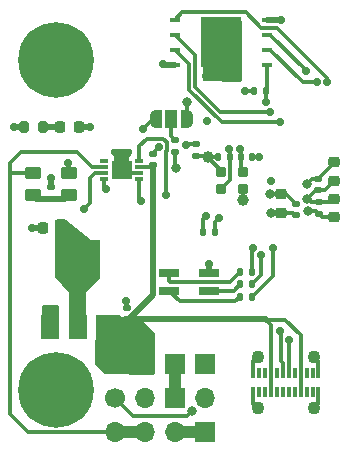
<source format=gtl>
G04 #@! TF.GenerationSoftware,KiCad,Pcbnew,7.0.7*
G04 #@! TF.CreationDate,2023-09-05T10:53:39-07:00*
G04 #@! TF.ProjectId,Memory Board,4d656d6f-7279-4204-926f-6172642e6b69,rev?*
G04 #@! TF.SameCoordinates,Original*
G04 #@! TF.FileFunction,Copper,L1,Top*
G04 #@! TF.FilePolarity,Positive*
%FSLAX46Y46*%
G04 Gerber Fmt 4.6, Leading zero omitted, Abs format (unit mm)*
G04 Created by KiCad (PCBNEW 7.0.7) date 2023-09-05 10:53:39*
%MOMM*%
%LPD*%
G01*
G04 APERTURE LIST*
G04 Aperture macros list*
%AMRoundRect*
0 Rectangle with rounded corners*
0 $1 Rounding radius*
0 $2 $3 $4 $5 $6 $7 $8 $9 X,Y pos of 4 corners*
0 Add a 4 corners polygon primitive as box body*
4,1,4,$2,$3,$4,$5,$6,$7,$8,$9,$2,$3,0*
0 Add four circle primitives for the rounded corners*
1,1,$1+$1,$2,$3*
1,1,$1+$1,$4,$5*
1,1,$1+$1,$6,$7*
1,1,$1+$1,$8,$9*
0 Add four rect primitives between the rounded corners*
20,1,$1+$1,$2,$3,$4,$5,0*
20,1,$1+$1,$4,$5,$6,$7,0*
20,1,$1+$1,$6,$7,$8,$9,0*
20,1,$1+$1,$8,$9,$2,$3,0*%
%AMFreePoly0*
4,1,19,0.550000,-0.750000,0.000000,-0.750000,0.000000,-0.744911,-0.071157,-0.744911,-0.207708,-0.704816,-0.327430,-0.627875,-0.420627,-0.520320,-0.479746,-0.390866,-0.500000,-0.250000,-0.500000,0.250000,-0.479746,0.390866,-0.420627,0.520320,-0.327430,0.627875,-0.207708,0.704816,-0.071157,0.744911,0.000000,0.744911,0.000000,0.750000,0.550000,0.750000,0.550000,-0.750000,0.550000,-0.750000,
$1*%
%AMFreePoly1*
4,1,19,0.000000,0.744911,0.071157,0.744911,0.207708,0.704816,0.327430,0.627875,0.420627,0.520320,0.479746,0.390866,0.500000,0.250000,0.500000,-0.250000,0.479746,-0.390866,0.420627,-0.520320,0.327430,-0.627875,0.207708,-0.704816,0.071157,-0.744911,0.000000,-0.744911,0.000000,-0.750000,-0.550000,-0.750000,-0.550000,0.750000,0.000000,0.750000,0.000000,0.744911,0.000000,0.744911,
$1*%
G04 Aperture macros list end*
G04 #@! TA.AperFunction,SMDPad,CuDef*
%ADD10RoundRect,0.135000X-0.185000X0.135000X-0.185000X-0.135000X0.185000X-0.135000X0.185000X0.135000X0*%
G04 #@! TD*
G04 #@! TA.AperFunction,SMDPad,CuDef*
%ADD11RoundRect,0.135000X-0.135000X-0.185000X0.135000X-0.185000X0.135000X0.185000X-0.135000X0.185000X0*%
G04 #@! TD*
G04 #@! TA.AperFunction,SMDPad,CuDef*
%ADD12RoundRect,0.140000X0.140000X0.170000X-0.140000X0.170000X-0.140000X-0.170000X0.140000X-0.170000X0*%
G04 #@! TD*
G04 #@! TA.AperFunction,SMDPad,CuDef*
%ADD13RoundRect,0.140000X-0.140000X-0.170000X0.140000X-0.170000X0.140000X0.170000X-0.140000X0.170000X0*%
G04 #@! TD*
G04 #@! TA.AperFunction,SMDPad,CuDef*
%ADD14RoundRect,0.225000X0.250000X-0.225000X0.250000X0.225000X-0.250000X0.225000X-0.250000X-0.225000X0*%
G04 #@! TD*
G04 #@! TA.AperFunction,ComponentPad*
%ADD15C,3.600000*%
G04 #@! TD*
G04 #@! TA.AperFunction,ConnectorPad*
%ADD16C,6.400000*%
G04 #@! TD*
G04 #@! TA.AperFunction,SMDPad,CuDef*
%ADD17RoundRect,0.200000X0.250000X-0.200000X0.250000X0.200000X-0.250000X0.200000X-0.250000X-0.200000X0*%
G04 #@! TD*
G04 #@! TA.AperFunction,SMDPad,CuDef*
%ADD18R,1.800000X0.800000*%
G04 #@! TD*
G04 #@! TA.AperFunction,SMDPad,CuDef*
%ADD19RoundRect,0.225000X-0.250000X0.225000X-0.250000X-0.225000X0.250000X-0.225000X0.250000X0.225000X0*%
G04 #@! TD*
G04 #@! TA.AperFunction,SMDPad,CuDef*
%ADD20RoundRect,0.135000X0.135000X0.185000X-0.135000X0.185000X-0.135000X-0.185000X0.135000X-0.185000X0*%
G04 #@! TD*
G04 #@! TA.AperFunction,SMDPad,CuDef*
%ADD21RoundRect,0.140000X0.170000X-0.140000X0.170000X0.140000X-0.170000X0.140000X-0.170000X-0.140000X0*%
G04 #@! TD*
G04 #@! TA.AperFunction,SMDPad,CuDef*
%ADD22R,0.300000X0.850000*%
G04 #@! TD*
G04 #@! TA.AperFunction,ComponentPad*
%ADD23C,1.100000*%
G04 #@! TD*
G04 #@! TA.AperFunction,SMDPad,CuDef*
%ADD24RoundRect,0.140000X-0.170000X0.140000X-0.170000X-0.140000X0.170000X-0.140000X0.170000X0.140000X0*%
G04 #@! TD*
G04 #@! TA.AperFunction,ComponentPad*
%ADD25C,1.700000*%
G04 #@! TD*
G04 #@! TA.AperFunction,ComponentPad*
%ADD26O,1.700000X1.700000*%
G04 #@! TD*
G04 #@! TA.AperFunction,ComponentPad*
%ADD27R,1.700000X1.700000*%
G04 #@! TD*
G04 #@! TA.AperFunction,SMDPad,CuDef*
%ADD28RoundRect,0.218750X0.218750X0.256250X-0.218750X0.256250X-0.218750X-0.256250X0.218750X-0.256250X0*%
G04 #@! TD*
G04 #@! TA.AperFunction,SMDPad,CuDef*
%ADD29R,0.950000X0.450000*%
G04 #@! TD*
G04 #@! TA.AperFunction,SMDPad,CuDef*
%ADD30R,3.450000X4.350000*%
G04 #@! TD*
G04 #@! TA.AperFunction,SMDPad,CuDef*
%ADD31FreePoly0,180.000000*%
G04 #@! TD*
G04 #@! TA.AperFunction,SMDPad,CuDef*
%ADD32R,1.000000X1.500000*%
G04 #@! TD*
G04 #@! TA.AperFunction,SMDPad,CuDef*
%ADD33FreePoly1,180.000000*%
G04 #@! TD*
G04 #@! TA.AperFunction,SMDPad,CuDef*
%ADD34R,1.500000X2.000000*%
G04 #@! TD*
G04 #@! TA.AperFunction,SMDPad,CuDef*
%ADD35R,3.800000X2.000000*%
G04 #@! TD*
G04 #@! TA.AperFunction,SMDPad,CuDef*
%ADD36RoundRect,0.250000X0.450000X-0.262500X0.450000X0.262500X-0.450000X0.262500X-0.450000X-0.262500X0*%
G04 #@! TD*
G04 #@! TA.AperFunction,SMDPad,CuDef*
%ADD37R,0.750000X0.300000*%
G04 #@! TD*
G04 #@! TA.AperFunction,SMDPad,CuDef*
%ADD38R,1.800000X1.650000*%
G04 #@! TD*
G04 #@! TA.AperFunction,SMDPad,CuDef*
%ADD39RoundRect,0.200000X-0.200000X-0.275000X0.200000X-0.275000X0.200000X0.275000X-0.200000X0.275000X0*%
G04 #@! TD*
G04 #@! TA.AperFunction,SMDPad,CuDef*
%ADD40RoundRect,0.250000X-0.450000X0.262500X-0.450000X-0.262500X0.450000X-0.262500X0.450000X0.262500X0*%
G04 #@! TD*
G04 #@! TA.AperFunction,SMDPad,CuDef*
%ADD41RoundRect,0.225000X0.225000X0.250000X-0.225000X0.250000X-0.225000X-0.250000X0.225000X-0.250000X0*%
G04 #@! TD*
G04 #@! TA.AperFunction,ViaPad*
%ADD42C,0.800000*%
G04 #@! TD*
G04 #@! TA.AperFunction,ViaPad*
%ADD43C,1.000000*%
G04 #@! TD*
G04 #@! TA.AperFunction,ViaPad*
%ADD44C,0.700000*%
G04 #@! TD*
G04 #@! TA.AperFunction,Conductor*
%ADD45C,0.300000*%
G04 #@! TD*
G04 #@! TA.AperFunction,Conductor*
%ADD46C,0.500000*%
G04 #@! TD*
G04 #@! TA.AperFunction,Conductor*
%ADD47C,0.250000*%
G04 #@! TD*
G04 #@! TA.AperFunction,Conductor*
%ADD48C,1.000000*%
G04 #@! TD*
G04 APERTURE END LIST*
D10*
X40538400Y-37209000D03*
X40538400Y-38229000D03*
D11*
X47216600Y-33121600D03*
X48236600Y-33121600D03*
D12*
X45181601Y-38711800D03*
X44221601Y-38711800D03*
D13*
X42954000Y-45034200D03*
X43914000Y-45034200D03*
D14*
X54060000Y-40670000D03*
X54060000Y-39120000D03*
D15*
X30480000Y-58420000D03*
D16*
X30480000Y-58420000D03*
D17*
X44450000Y-41378800D03*
X46300000Y-41378800D03*
X46300000Y-39928800D03*
X44450000Y-39928800D03*
D18*
X40059400Y-48487200D03*
X43459400Y-48487200D03*
X40059400Y-49987200D03*
X43459400Y-49987200D03*
D19*
X54055000Y-42205200D03*
X54055000Y-43755200D03*
D13*
X46111600Y-38711800D03*
X47071600Y-38711800D03*
D20*
X47066528Y-48431565D03*
X46046528Y-48431565D03*
D21*
X36474400Y-52420400D03*
X36474400Y-51460400D03*
D15*
X30480000Y-30480000D03*
D16*
X30480000Y-30480000D03*
D22*
X47199400Y-56924600D03*
X47699400Y-56924600D03*
X48199400Y-56924600D03*
X48699400Y-56924600D03*
X49199400Y-56924600D03*
X49699400Y-56924600D03*
X50199400Y-56924600D03*
X50699400Y-56924600D03*
X51199400Y-56924600D03*
X51699400Y-56924600D03*
X52199400Y-56924600D03*
X52699400Y-56924600D03*
X52699400Y-58594600D03*
X52199400Y-58594600D03*
X51699400Y-58594600D03*
X51199400Y-58594600D03*
X50699400Y-58594600D03*
X50199400Y-58594600D03*
X49699400Y-58594600D03*
X49199400Y-58594600D03*
X48699400Y-58594600D03*
X48199400Y-58594600D03*
X47699400Y-58594600D03*
X47199400Y-58594600D03*
D23*
X47549400Y-55609600D03*
X47549400Y-59909600D03*
X52349400Y-55609600D03*
X52349400Y-59909600D03*
D24*
X30022800Y-41226800D03*
X30022800Y-42186800D03*
D21*
X50790000Y-43620000D03*
X50790000Y-42660000D03*
D25*
X35480000Y-59090000D03*
D26*
X38020000Y-59090000D03*
D27*
X40560000Y-59090000D03*
D26*
X43100000Y-59090000D03*
D21*
X38709600Y-39367400D03*
X38709600Y-38407400D03*
D14*
X49530000Y-43390000D03*
X49530000Y-41840000D03*
D27*
X43080000Y-56230000D03*
X40540000Y-56230000D03*
D26*
X38000000Y-56230000D03*
X35460000Y-56230000D03*
D27*
X43090000Y-61970000D03*
D26*
X40550000Y-61970000D03*
X38010000Y-61970000D03*
X35470000Y-61970000D03*
D20*
X47066528Y-50496319D03*
X46046528Y-50496319D03*
D28*
X32417500Y-36160000D03*
X30842500Y-36160000D03*
D21*
X52700000Y-41480000D03*
X52700000Y-40520000D03*
D29*
X48365479Y-30853636D03*
X48365479Y-29583636D03*
X48365479Y-28313636D03*
X48365479Y-27043636D03*
X40565479Y-27043636D03*
X40565479Y-28313636D03*
X40565479Y-29583636D03*
X40565479Y-30853636D03*
D30*
X44465479Y-28948636D03*
D31*
X41560000Y-35480000D03*
D32*
X40260000Y-35480000D03*
D33*
X38960000Y-35480000D03*
D34*
X30008800Y-53035200D03*
X32308800Y-53035200D03*
D35*
X32308800Y-46735200D03*
D34*
X34608800Y-53035200D03*
D36*
X28498800Y-41880800D03*
X28498800Y-40055800D03*
D24*
X52730000Y-42500000D03*
X52730000Y-43460000D03*
D37*
X37542600Y-40501000D03*
X37542600Y-40001000D03*
X37542600Y-39501000D03*
X37542600Y-39001000D03*
X34542600Y-39001000D03*
X34542600Y-39501000D03*
X34542600Y-40001000D03*
X34542600Y-40501000D03*
D38*
X36042600Y-39751000D03*
D39*
X27731599Y-36160000D03*
X29381599Y-36160000D03*
D40*
X31546800Y-40034200D03*
X31546800Y-41859200D03*
D24*
X42316400Y-37594600D03*
X42316400Y-38554600D03*
D11*
X46046525Y-49463942D03*
X47066525Y-49463942D03*
D41*
X30943801Y-44676000D03*
X29393801Y-44676000D03*
D42*
X40660856Y-39563795D03*
D43*
X33578800Y-48539400D03*
D42*
X48650000Y-43380000D03*
D44*
X26951599Y-36160000D03*
D43*
X32296100Y-48539400D03*
D44*
X37890000Y-36280000D03*
X39522400Y-30835600D03*
X41478200Y-37617400D03*
D43*
X31013400Y-48539400D03*
D44*
X43307000Y-35585400D03*
X46459200Y-33121600D03*
X43470000Y-47700000D03*
X43205300Y-43685052D03*
D42*
X51770000Y-42230000D03*
X44970000Y-31820000D03*
X51810351Y-43228688D03*
D44*
X30022800Y-40487600D03*
D42*
X48640000Y-41830000D03*
D44*
X47700000Y-38711800D03*
X49504600Y-27051000D03*
D42*
X41580000Y-34010000D03*
D44*
X36398200Y-38404800D03*
X30378400Y-51638200D03*
D42*
X44020000Y-31840000D03*
D44*
X28450600Y-44676000D03*
X43205400Y-31851600D03*
X33371599Y-36160000D03*
X39166800Y-37846000D03*
X36423600Y-50822800D03*
X45821600Y-31851600D03*
X44323000Y-43796500D03*
X29616400Y-51638200D03*
D43*
X43332400Y-38709600D03*
D44*
X35687000Y-38404800D03*
D43*
X46304200Y-42291000D03*
D44*
X48660000Y-40720000D03*
D42*
X51750000Y-40940000D03*
D44*
X45154209Y-37998295D03*
X46053609Y-38011864D03*
X48246800Y-34010600D03*
X52555100Y-32334200D03*
X51615743Y-31419800D03*
X53454132Y-32305107D03*
X48593227Y-34840716D03*
X49425573Y-35749824D03*
X49465500Y-53440320D03*
X50209500Y-54187200D03*
X32867600Y-43078400D03*
D42*
X41990000Y-60180000D03*
D44*
X47123067Y-46386625D03*
X48844200Y-46405800D03*
X31521400Y-39170000D03*
X47830800Y-46941800D03*
X34747200Y-41351200D03*
X39830000Y-41869500D03*
X37720217Y-42420374D03*
D45*
X40538400Y-39441339D02*
X40660856Y-39563795D01*
X40538400Y-38229000D02*
X40538400Y-39441339D01*
X40260000Y-36930600D02*
X40538400Y-37209000D01*
X40260000Y-35480000D02*
X40260000Y-36930600D01*
D46*
X43459400Y-47710600D02*
X43459400Y-48487200D01*
D45*
X52520000Y-41480000D02*
X52700000Y-41480000D01*
X42316400Y-37594600D02*
X41501000Y-37594600D01*
X48650000Y-43380000D02*
X48660000Y-43390000D01*
D46*
X26951599Y-36160000D02*
X27731599Y-36160000D01*
D45*
X41501000Y-37594600D02*
X41478200Y-37617400D01*
X53760200Y-42500000D02*
X54055000Y-42205200D01*
X38690000Y-35480000D02*
X37890000Y-36280000D01*
D46*
X39540436Y-30853636D02*
X39522400Y-30835600D01*
D45*
X51770000Y-42230000D02*
X52040000Y-42500000D01*
X54060000Y-40670000D02*
X53250000Y-41480000D01*
X52040000Y-42500000D02*
X52730000Y-42500000D01*
X49530000Y-43390000D02*
X50560000Y-43390000D01*
X42954000Y-43936352D02*
X43205300Y-43685052D01*
X48660000Y-43390000D02*
X49530000Y-43390000D01*
X50560000Y-43390000D02*
X50790000Y-43620000D01*
D46*
X40565479Y-30853636D02*
X39540436Y-30853636D01*
D45*
X52730000Y-42500000D02*
X53760200Y-42500000D01*
X42954000Y-45034200D02*
X42954000Y-43936352D01*
X53250000Y-41480000D02*
X52700000Y-41480000D01*
X47216000Y-33121600D02*
X46459200Y-33121600D01*
D47*
X38960000Y-35480000D02*
X38690000Y-35480000D01*
D46*
X43470000Y-47700000D02*
X43459400Y-47710600D01*
D45*
X51770000Y-42230000D02*
X52520000Y-41480000D01*
X41560000Y-34030000D02*
X41560000Y-35480000D01*
X38709600Y-38303200D02*
X39166800Y-37846000D01*
X52699400Y-55959600D02*
X52349400Y-55609600D01*
D46*
X32417500Y-36160000D02*
X33371599Y-36160000D01*
D45*
X54060000Y-39160000D02*
X52700000Y-40520000D01*
X36474400Y-50873600D02*
X36423600Y-50822800D01*
X49530000Y-41840000D02*
X48650000Y-41840000D01*
X52170000Y-40520000D02*
X52700000Y-40520000D01*
X49970000Y-41840000D02*
X50790000Y-42660000D01*
X47199400Y-55959600D02*
X47549400Y-55609600D01*
X52699400Y-58594600D02*
X52699400Y-59559600D01*
X51750000Y-40940000D02*
X52170000Y-40520000D01*
X51670000Y-43380000D02*
X51810000Y-43380000D01*
D46*
X28450600Y-44676000D02*
X29393801Y-44676000D01*
D45*
X42316400Y-38554600D02*
X43177400Y-38554600D01*
X43177400Y-38554600D02*
X43332400Y-38709600D01*
X52498688Y-43228688D02*
X52730000Y-43460000D01*
X44450000Y-39827200D02*
X43332400Y-38709600D01*
D48*
X40560000Y-59090000D02*
X40560000Y-56250000D01*
D46*
X49497236Y-27043636D02*
X49504600Y-27051000D01*
X30022800Y-41226800D02*
X30022800Y-40487600D01*
D45*
X37542600Y-40001000D02*
X36292600Y-40001000D01*
X47199400Y-59559600D02*
X47549400Y-59909600D01*
X47199400Y-58594600D02*
X47199400Y-59559600D01*
X48650000Y-41840000D02*
X48640000Y-41830000D01*
X36292600Y-40001000D02*
X36042600Y-39751000D01*
X43914000Y-45034200D02*
X43914000Y-44205500D01*
X43914000Y-44205500D02*
X44323000Y-43796500D01*
X44221601Y-38711800D02*
X43334600Y-38711800D01*
X52699400Y-59559600D02*
X52349400Y-59909600D01*
D47*
X41580000Y-34010000D02*
X41560000Y-34030000D01*
D45*
X47700000Y-38711800D02*
X47071600Y-38711800D01*
X44450000Y-39928800D02*
X44450000Y-39827200D01*
X52699400Y-56924600D02*
X52699400Y-55959600D01*
X43334600Y-38711800D02*
X43332400Y-38709600D01*
X49530000Y-41840000D02*
X49970000Y-41840000D01*
X53025200Y-43755200D02*
X52730000Y-43460000D01*
D48*
X40560000Y-56250000D02*
X40540000Y-56230000D01*
D45*
X38709600Y-38407400D02*
X38709600Y-38303200D01*
X47199400Y-56924600D02*
X47199400Y-55959600D01*
X46300000Y-42286800D02*
X46304200Y-42291000D01*
X51810351Y-43228688D02*
X52498688Y-43228688D01*
X54055000Y-43755200D02*
X53025200Y-43755200D01*
X36474400Y-51460400D02*
X36474400Y-50873600D01*
X46300000Y-41378800D02*
X46300000Y-42286800D01*
X53830000Y-39130000D02*
X53830000Y-39170000D01*
D46*
X48365479Y-27043636D02*
X49497236Y-27043636D01*
D45*
X48699400Y-58594600D02*
X48699400Y-56924600D01*
D46*
X38709600Y-39367400D02*
X38709600Y-50369586D01*
D45*
X48699400Y-56924600D02*
X48699400Y-52874000D01*
X38576000Y-39501000D02*
X38709600Y-39367400D01*
D46*
X36658786Y-52420400D02*
X36474400Y-52420400D01*
D45*
X49911000Y-52460000D02*
X48285400Y-52460000D01*
D46*
X36474400Y-52420400D02*
X48245800Y-52420400D01*
D45*
X51199400Y-56924600D02*
X51199400Y-53748400D01*
X48699400Y-52874000D02*
X48285400Y-52460000D01*
X51199400Y-53748400D02*
X49911000Y-52460000D01*
D46*
X38709600Y-50369586D02*
X36658786Y-52420400D01*
D45*
X51199400Y-58594600D02*
X51199400Y-56924600D01*
D46*
X48245800Y-52420400D02*
X48285400Y-52460000D01*
D45*
X37542600Y-39501000D02*
X38576000Y-39501000D01*
X45181601Y-38711800D02*
X45250000Y-38780199D01*
X45250000Y-40578800D02*
X44450000Y-41378800D01*
X45250000Y-38780199D02*
X45250000Y-40578800D01*
X45181601Y-38025687D02*
X45181601Y-38711800D01*
X45154209Y-37998295D02*
X45181601Y-38025687D01*
X46111600Y-39740400D02*
X46300000Y-39928800D01*
X46111600Y-38711800D02*
X46111600Y-39740400D01*
X46111600Y-38711800D02*
X46111600Y-38069855D01*
X46111600Y-38069855D02*
X46053609Y-38011864D01*
D46*
X31546800Y-41859200D02*
X31219200Y-42186800D01*
X31219200Y-42186800D02*
X30022800Y-42186800D01*
X28804800Y-42186800D02*
X28498800Y-41880800D01*
X30022800Y-42186800D02*
X28804800Y-42186800D01*
X29381599Y-36160000D02*
X30842500Y-36160000D01*
D45*
X48246800Y-34010600D02*
X48246800Y-33121600D01*
X48365479Y-30853636D02*
X48365479Y-33002921D01*
X48365479Y-33002921D02*
X48246800Y-33121600D01*
X48615479Y-29583636D02*
X48365479Y-29583636D01*
X52555100Y-32334200D02*
X51366043Y-32334200D01*
X51366043Y-32334200D02*
X48615479Y-29583636D01*
X48615479Y-28313636D02*
X48365479Y-28313636D01*
X51615743Y-31419800D02*
X51615743Y-31313900D01*
X51615743Y-31313900D02*
X48615479Y-28313636D01*
X46540479Y-26423636D02*
X41185479Y-26423636D01*
X49190479Y-27738636D02*
X47855479Y-27738636D01*
X53454132Y-32305107D02*
X53454132Y-32002289D01*
X41185479Y-26423636D02*
X40565479Y-27043636D01*
X53454132Y-32002289D02*
X49190479Y-27738636D01*
X47855479Y-27738636D02*
X46540479Y-26423636D01*
X42265600Y-32766000D02*
X44340316Y-34840716D01*
X40565479Y-28313636D02*
X42265600Y-30013757D01*
X44340316Y-34840716D02*
X48593227Y-34840716D01*
X42265600Y-30013757D02*
X42265600Y-32766000D01*
X49388149Y-35712400D02*
X44504894Y-35712400D01*
X49425573Y-35749824D02*
X49388149Y-35712400D01*
X41765600Y-30783757D02*
X40565479Y-29583636D01*
X41765600Y-32973106D02*
X41765600Y-30783757D01*
X44504894Y-35712400D02*
X41765600Y-32973106D01*
X49510000Y-53484820D02*
X49510000Y-55960200D01*
X49699400Y-56149600D02*
X49699400Y-56924600D01*
X49465500Y-53440320D02*
X49510000Y-53484820D01*
X49510000Y-55960200D02*
X49699400Y-56149600D01*
X50199400Y-54197300D02*
X50199400Y-56924600D01*
X50209500Y-54187200D02*
X50199400Y-54197300D01*
D48*
X38010000Y-61970000D02*
X35470000Y-61970000D01*
D45*
X26593800Y-60426600D02*
X28137200Y-61970000D01*
X28137200Y-61970000D02*
X35470000Y-61970000D01*
X27517600Y-38243000D02*
X26593800Y-39166800D01*
X34542600Y-39501000D02*
X33532000Y-39501000D01*
X26593800Y-39166800D02*
X26593800Y-40208200D01*
X32274000Y-38243000D02*
X27517600Y-38243000D01*
X26746200Y-40055800D02*
X26593800Y-40208200D01*
X26593800Y-40208200D02*
X26593800Y-60426600D01*
X28498800Y-40055800D02*
X26746200Y-40055800D01*
X33532000Y-39501000D02*
X32274000Y-38243000D01*
X33817600Y-40001000D02*
X34542600Y-40001000D01*
X33350200Y-40468400D02*
X33817600Y-40001000D01*
X32867600Y-43078400D02*
X33350200Y-42595800D01*
X33350200Y-42595800D02*
X33350200Y-40468400D01*
D48*
X43090000Y-61970000D02*
X40550000Y-61970000D01*
D45*
X41580000Y-60590000D02*
X36980000Y-60590000D01*
X36980000Y-60590000D02*
X35480000Y-59090000D01*
X41990000Y-60180000D02*
X41580000Y-60590000D01*
X45240893Y-49237200D02*
X46046528Y-48431565D01*
X40109400Y-49237200D02*
X45240893Y-49237200D01*
X40059400Y-49187200D02*
X40109400Y-49237200D01*
X40059400Y-48487200D02*
X40059400Y-49187200D01*
X45660634Y-50882213D02*
X46046528Y-50496319D01*
X40954413Y-50882213D02*
X45660634Y-50882213D01*
X40059400Y-49987200D02*
X40954413Y-50882213D01*
X43459400Y-49987200D02*
X45523267Y-49987200D01*
X45523267Y-49987200D02*
X46046525Y-49463942D01*
X47066528Y-46443164D02*
X47066528Y-48431565D01*
X47123067Y-46386625D02*
X47066528Y-46443164D01*
X48844200Y-46405800D02*
X48844200Y-48718647D01*
X48844200Y-48718647D02*
X47066528Y-50496319D01*
X31521400Y-39170000D02*
X31546800Y-39195400D01*
X31546800Y-39195400D02*
X31546800Y-40034200D01*
X47830800Y-46941800D02*
X47830800Y-48699667D01*
X47830800Y-48699667D02*
X47066525Y-49463942D01*
X34747200Y-41351200D02*
X34542600Y-41146600D01*
X34542600Y-41146600D02*
X34542600Y-40501000D01*
X39830000Y-38172750D02*
X39866800Y-38135950D01*
X39866800Y-37428400D02*
X39573200Y-37134800D01*
X37542600Y-37768400D02*
X37542600Y-39001000D01*
X39866800Y-38135950D02*
X39866800Y-37428400D01*
X39573200Y-37134800D02*
X38176200Y-37134800D01*
X38176200Y-37134800D02*
X37542600Y-37768400D01*
X39830000Y-41869500D02*
X39830000Y-38172750D01*
X37720217Y-42420374D02*
X37542600Y-42242757D01*
X37542600Y-42242757D02*
X37542600Y-40501000D01*
X40540000Y-35760000D02*
X40260000Y-35480000D01*
G04 #@! TA.AperFunction,Conductor*
G36*
X31310749Y-43965433D02*
G01*
X31323765Y-43974813D01*
X33448801Y-45726000D01*
X34086434Y-45734389D01*
X34153207Y-45754953D01*
X34198263Y-45808355D01*
X34208801Y-45858378D01*
X34208801Y-47736000D01*
X34208800Y-48827350D01*
X34189115Y-48894390D01*
X34175719Y-48911670D01*
X33058801Y-50115999D01*
X33058801Y-53912000D01*
X33039116Y-53979039D01*
X32986312Y-54024794D01*
X32934801Y-54036000D01*
X31682483Y-54036000D01*
X31615444Y-54016315D01*
X31569689Y-53963511D01*
X31558483Y-53912319D01*
X31558482Y-53912000D01*
X31548801Y-50146001D01*
X30441331Y-48931669D01*
X30410702Y-48868872D01*
X30408953Y-48847730D01*
X30418801Y-45736000D01*
X30418801Y-44078583D01*
X30438486Y-44011544D01*
X30491290Y-43965789D01*
X30541375Y-43954591D01*
X31243490Y-43946520D01*
X31310749Y-43965433D01*
G37*
G04 #@! TD.AperFunction*
G04 #@! TA.AperFunction,Conductor*
G36*
X30701840Y-51255685D02*
G01*
X30747595Y-51308489D01*
X30758801Y-51360000D01*
X30758801Y-53901999D01*
X30739116Y-53969038D01*
X30686312Y-54014793D01*
X30634801Y-54025999D01*
X29382801Y-54025999D01*
X29315762Y-54006314D01*
X29270007Y-53953510D01*
X29258801Y-53901999D01*
X29258802Y-51360000D01*
X29278487Y-51292960D01*
X29331291Y-51247206D01*
X29382802Y-51236000D01*
X30634801Y-51236000D01*
X30701840Y-51255685D01*
G37*
G04 #@! TD.AperFunction*
G04 #@! TA.AperFunction,Conductor*
G36*
X36835139Y-38030685D02*
G01*
X36880894Y-38083489D01*
X36892100Y-38135000D01*
X36892100Y-38369964D01*
X36872415Y-38437003D01*
X36842412Y-38469230D01*
X36810057Y-38493450D01*
X36810051Y-38493457D01*
X36723806Y-38608664D01*
X36723802Y-38608671D01*
X36673510Y-38743513D01*
X36673509Y-38743517D01*
X36667100Y-38803127D01*
X36667100Y-38803134D01*
X36667100Y-38803135D01*
X36667100Y-39198869D01*
X36667101Y-39198878D01*
X36671279Y-39237745D01*
X36671279Y-39264250D01*
X36667100Y-39303122D01*
X36667100Y-39698870D01*
X36667101Y-39698876D01*
X36673508Y-39758483D01*
X36723802Y-39893327D01*
X36723803Y-39893328D01*
X36723804Y-39893331D01*
X36748776Y-39926689D01*
X36773193Y-39992150D01*
X36758342Y-40060423D01*
X36748777Y-40075307D01*
X36723805Y-40108665D01*
X36723802Y-40108671D01*
X36675664Y-40237738D01*
X36673509Y-40243517D01*
X36667100Y-40303127D01*
X36667100Y-40452401D01*
X36647417Y-40519439D01*
X36594613Y-40565194D01*
X36543101Y-40576400D01*
X35542100Y-40576400D01*
X35475061Y-40556715D01*
X35429306Y-40503911D01*
X35418100Y-40452401D01*
X35418099Y-40303128D01*
X35418098Y-40303111D01*
X35413920Y-40264253D01*
X35413920Y-40237747D01*
X35418100Y-40198873D01*
X35418099Y-39803128D01*
X35418098Y-39803111D01*
X35413920Y-39764253D01*
X35413920Y-39737747D01*
X35418100Y-39698873D01*
X35418099Y-39303128D01*
X35418099Y-39303127D01*
X35418098Y-39303111D01*
X35413920Y-39264253D01*
X35413920Y-39237745D01*
X35418100Y-39198873D01*
X35418099Y-38803128D01*
X35411691Y-38743517D01*
X35361396Y-38608669D01*
X35361395Y-38608668D01*
X35361393Y-38608664D01*
X35275147Y-38493455D01*
X35275140Y-38493450D01*
X35242787Y-38469230D01*
X35182287Y-38423939D01*
X35140417Y-38368005D01*
X35132599Y-38324676D01*
X35132599Y-38134999D01*
X35152285Y-38067960D01*
X35205089Y-38022205D01*
X35256600Y-38011000D01*
X36768100Y-38011000D01*
X36835139Y-38030685D01*
G37*
G04 #@! TD.AperFunction*
G04 #@! TA.AperFunction,Conductor*
G36*
X35858472Y-52064285D02*
G01*
X35879114Y-52080919D01*
X35908707Y-52110512D01*
X35908711Y-52110515D01*
X35908713Y-52110517D01*
X36048005Y-52192894D01*
X36088987Y-52204800D01*
X36203402Y-52238042D01*
X36203405Y-52238042D01*
X36203407Y-52238043D01*
X36215507Y-52238995D01*
X36239708Y-52240900D01*
X36239710Y-52240900D01*
X36709092Y-52240900D01*
X36727241Y-52239471D01*
X36745393Y-52238043D01*
X36745395Y-52238042D01*
X36745397Y-52238042D01*
X36786375Y-52226136D01*
X36900795Y-52192894D01*
X37040087Y-52110517D01*
X37060335Y-52090268D01*
X37121653Y-52056784D01*
X37191345Y-52061766D01*
X37231356Y-52086132D01*
X37321084Y-52167578D01*
X38795939Y-53506292D01*
X38832349Y-53565925D01*
X38836598Y-53598112D01*
X38836478Y-56994073D01*
X38816791Y-57061112D01*
X38763985Y-57106865D01*
X38710975Y-57118060D01*
X34697612Y-57069413D01*
X34630816Y-57048917D01*
X34609455Y-57031079D01*
X33858624Y-56245156D01*
X33826548Y-56183084D01*
X33824288Y-56158483D01*
X33857186Y-52167577D01*
X33877423Y-52100703D01*
X33930602Y-52055385D01*
X33981182Y-52044600D01*
X35791433Y-52044600D01*
X35858472Y-52064285D01*
G37*
G04 #@! TD.AperFunction*
G04 #@! TA.AperFunction,Conductor*
G36*
X46138518Y-27093821D02*
G01*
X46184273Y-27146625D01*
X46195479Y-27198136D01*
X46195479Y-32164275D01*
X46175794Y-32231314D01*
X46122990Y-32277069D01*
X46071119Y-32288274D01*
X43039740Y-32279461D01*
X42972758Y-32259582D01*
X42927156Y-32206645D01*
X42916100Y-32155462D01*
X42916100Y-30099258D01*
X42917868Y-30083245D01*
X42917626Y-30083223D01*
X42918358Y-30075467D01*
X42918360Y-30075460D01*
X42916100Y-30003553D01*
X42916100Y-29972832D01*
X42915179Y-29965545D01*
X42914722Y-29959736D01*
X42913197Y-29911188D01*
X42907276Y-29890810D01*
X42903331Y-29871761D01*
X42900671Y-29850699D01*
X42882786Y-29805528D01*
X42880898Y-29800011D01*
X42867344Y-29753359D01*
X42867344Y-29753358D01*
X42856539Y-29735089D01*
X42847979Y-29717615D01*
X42846951Y-29715019D01*
X42840168Y-29697886D01*
X42811614Y-29658585D01*
X42808410Y-29653707D01*
X42783682Y-29611894D01*
X42783681Y-29611892D01*
X42783679Y-29611890D01*
X42783676Y-29611886D01*
X42781775Y-29609985D01*
X42780760Y-29608127D01*
X42778898Y-29605726D01*
X42779285Y-29605425D01*
X42748290Y-29548662D01*
X42745457Y-29522760D01*
X42742040Y-28583079D01*
X42737007Y-27198587D01*
X42756448Y-27131476D01*
X42809085Y-27085530D01*
X42861006Y-27074136D01*
X46071479Y-27074136D01*
X46138518Y-27093821D01*
G37*
G04 #@! TD.AperFunction*
M02*

</source>
